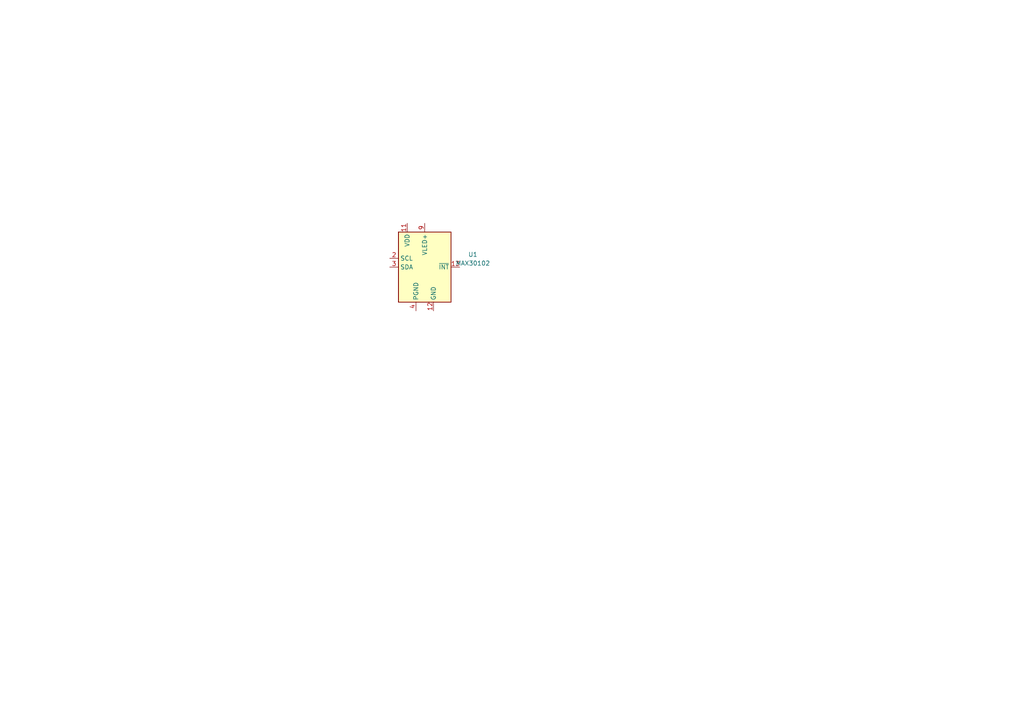
<source format=kicad_sch>
(kicad_sch
	(version 20231120)
	(generator "eeschema")
	(generator_version "8.0")
	(uuid "0badc0a5-e36f-4054-a61b-1c7f664cfabd")
	(paper "A4")
	(lib_symbols
		(symbol "Sensor:MAX30102"
			(exclude_from_sim no)
			(in_bom yes)
			(on_board yes)
			(property "Reference" "U"
				(at 7.62 15.24 0)
				(effects
					(font
						(size 1.27 1.27)
					)
				)
			)
			(property "Value" "MAX30102"
				(at 7.62 12.7 0)
				(effects
					(font
						(size 1.27 1.27)
					)
				)
			)
			(property "Footprint" "OptoDevice:Maxim_OLGA-14_3.3x5.6mm_P0.8mm"
				(at 0 -2.54 0)
				(effects
					(font
						(size 1.27 1.27)
					)
					(hide yes)
				)
			)
			(property "Datasheet" "https://datasheets.maximintegrated.com/en/ds/MAX30102.pdf"
				(at 0 0 0)
				(effects
					(font
						(size 1.27 1.27)
					)
					(hide yes)
				)
			)
			(property "Description" "Heart Rate Sensor, 14-OLGA"
				(at 0 0 0)
				(effects
					(font
						(size 1.27 1.27)
					)
					(hide yes)
				)
			)
			(property "ki_keywords" "Heart Rate"
				(at 0 0 0)
				(effects
					(font
						(size 1.27 1.27)
					)
					(hide yes)
				)
			)
			(property "ki_fp_filters" "Maxim*OLGA*3.3x5.6mm*P0.8mm*"
				(at 0 0 0)
				(effects
					(font
						(size 1.27 1.27)
					)
					(hide yes)
				)
			)
			(symbol "MAX30102_0_1"
				(rectangle
					(start -7.62 10.16)
					(end 7.62 -10.16)
					(stroke
						(width 0.254)
						(type default)
					)
					(fill
						(type background)
					)
				)
			)
			(symbol "MAX30102_1_1"
				(pin no_connect line
					(at -7.62 5.08 0)
					(length 2.54) hide
					(name "NC"
						(effects
							(font
								(size 1.27 1.27)
							)
						)
					)
					(number "1"
						(effects
							(font
								(size 1.27 1.27)
							)
						)
					)
				)
				(pin passive line
					(at 0 12.7 270)
					(length 2.54) hide
					(name "VLED+"
						(effects
							(font
								(size 1.27 1.27)
							)
						)
					)
					(number "10"
						(effects
							(font
								(size 1.27 1.27)
							)
						)
					)
				)
				(pin power_in line
					(at -5.08 12.7 270)
					(length 2.54)
					(name "VDD"
						(effects
							(font
								(size 1.27 1.27)
							)
						)
					)
					(number "11"
						(effects
							(font
								(size 1.27 1.27)
							)
						)
					)
				)
				(pin power_in line
					(at 2.54 -12.7 90)
					(length 2.54)
					(name "GND"
						(effects
							(font
								(size 1.27 1.27)
							)
						)
					)
					(number "12"
						(effects
							(font
								(size 1.27 1.27)
							)
						)
					)
				)
				(pin output line
					(at 10.16 0 180)
					(length 2.54)
					(name "~{INT}"
						(effects
							(font
								(size 1.27 1.27)
							)
						)
					)
					(number "13"
						(effects
							(font
								(size 1.27 1.27)
							)
						)
					)
				)
				(pin no_connect line
					(at 7.62 2.54 180)
					(length 2.54) hide
					(name "NC"
						(effects
							(font
								(size 1.27 1.27)
							)
						)
					)
					(number "14"
						(effects
							(font
								(size 1.27 1.27)
							)
						)
					)
				)
				(pin input line
					(at -10.16 2.54 0)
					(length 2.54)
					(name "SCL"
						(effects
							(font
								(size 1.27 1.27)
							)
						)
					)
					(number "2"
						(effects
							(font
								(size 1.27 1.27)
							)
						)
					)
				)
				(pin bidirectional line
					(at -10.16 0 0)
					(length 2.54)
					(name "SDA"
						(effects
							(font
								(size 1.27 1.27)
							)
						)
					)
					(number "3"
						(effects
							(font
								(size 1.27 1.27)
							)
						)
					)
				)
				(pin power_in line
					(at -2.54 -12.7 90)
					(length 2.54)
					(name "PGND"
						(effects
							(font
								(size 1.27 1.27)
							)
						)
					)
					(number "4"
						(effects
							(font
								(size 1.27 1.27)
							)
						)
					)
				)
				(pin no_connect line
					(at 7.62 -7.62 180)
					(length 2.54) hide
					(name "NC"
						(effects
							(font
								(size 1.27 1.27)
							)
						)
					)
					(number "5"
						(effects
							(font
								(size 1.27 1.27)
							)
						)
					)
				)
				(pin no_connect line
					(at 7.62 -5.08 180)
					(length 2.54) hide
					(name "NC"
						(effects
							(font
								(size 1.27 1.27)
							)
						)
					)
					(number "6"
						(effects
							(font
								(size 1.27 1.27)
							)
						)
					)
				)
				(pin no_connect line
					(at -7.62 -2.54 0)
					(length 2.54) hide
					(name "NC"
						(effects
							(font
								(size 1.27 1.27)
							)
						)
					)
					(number "7"
						(effects
							(font
								(size 1.27 1.27)
							)
						)
					)
				)
				(pin no_connect line
					(at 7.62 5.08 180)
					(length 2.54) hide
					(name "NC"
						(effects
							(font
								(size 1.27 1.27)
							)
						)
					)
					(number "8"
						(effects
							(font
								(size 1.27 1.27)
							)
						)
					)
				)
				(pin power_in line
					(at 0 12.7 270)
					(length 2.54)
					(name "VLED+"
						(effects
							(font
								(size 1.27 1.27)
							)
						)
					)
					(number "9"
						(effects
							(font
								(size 1.27 1.27)
							)
						)
					)
				)
			)
		)
	)
	(symbol
		(lib_id "Sensor:MAX30102")
		(at 123.19 77.47 0)
		(unit 1)
		(exclude_from_sim no)
		(in_bom yes)
		(on_board yes)
		(dnp no)
		(fields_autoplaced yes)
		(uuid "7e7df809-f7eb-4122-8769-c64265341f5b")
		(property "Reference" "U1"
			(at 137.16 73.822 0)
			(effects
				(font
					(size 1.27 1.27)
				)
			)
		)
		(property "Value" "MAX30102"
			(at 137.16 76.362 0)
			(effects
				(font
					(size 1.27 1.27)
				)
			)
		)
		(property "Footprint" "OptoDevice:Maxim_OLGA-14_3.3x5.6mm_P0.8mm"
			(at 123.19 80.01 0)
			(effects
				(font
					(size 1.27 1.27)
				)
				(hide yes)
			)
		)
		(property "Datasheet" "https://datasheets.maximintegrated.com/en/ds/MAX30102.pdf"
			(at 123.19 77.47 0)
			(effects
				(font
					(size 1.27 1.27)
				)
				(hide yes)
			)
		)
		(property "Description" "Heart Rate Sensor, 14-OLGA"
			(at 123.19 77.47 0)
			(effects
				(font
					(size 1.27 1.27)
				)
				(hide yes)
			)
		)
		(pin "14"
			(uuid "151fb9b8-3dc8-4f01-91fe-51ad86a9ace3")
		)
		(pin "1"
			(uuid "cbcbfb23-55aa-4c0a-9913-d79d8cb65f2a")
		)
		(pin "4"
			(uuid "13e2709e-0b27-46f0-ac1e-5169ebd24ad5")
		)
		(pin "12"
			(uuid "150e7bc5-55f7-4c0c-8ef1-cb42fb48b4f8")
		)
		(pin "5"
			(uuid "247daf5f-f6b5-4cf1-9c41-00d6b851917c")
		)
		(pin "3"
			(uuid "84205fc4-491c-4a03-9e19-e40e73372653")
		)
		(pin "7"
			(uuid "a1a29983-18e9-4ee0-91ab-81fff2bbf288")
		)
		(pin "11"
			(uuid "6ab7924e-30da-48a8-b405-4748ee29df90")
		)
		(pin "8"
			(uuid "bbf48b6d-d1de-4df9-8e38-622634ba34b4")
		)
		(pin "2"
			(uuid "d76b096f-3798-406d-b0ae-37a89c2e3541")
		)
		(pin "9"
			(uuid "5245ab1f-2b82-4a1e-b8ab-3a1ac5c66b61")
		)
		(pin "6"
			(uuid "63913a58-2eaf-47ab-acb0-66f74f178a0c")
		)
		(pin "13"
			(uuid "9c684a1f-9ad4-4d06-821b-66988915f83d")
		)
		(pin "10"
			(uuid "3c364330-efc9-4a8c-8d1f-98e81ad56599")
		)
		(instances
			(project "Flex"
				(path "/0badc0a5-e36f-4054-a61b-1c7f664cfabd"
					(reference "U1")
					(unit 1)
				)
			)
		)
	)
	(sheet_instances
		(path "/"
			(page "1")
		)
	)
)
</source>
